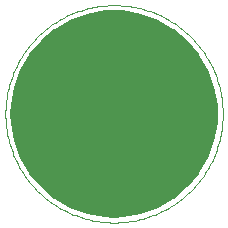
<source format=gbl>
G04 EAGLE Gerber RS-274X export*
G75*
%MOMM*%
%FSLAX34Y34*%
%LPD*%
%INBottom_Copper*%
%IPPOS*%
%AMOC8*
5,1,8,0,0,1.08239X$1,22.5*%
G01*
%ADD10C,0.000000*%
%ADD11C,5.842000*%

G36*
X99576Y4394D02*
X99576Y4394D01*
X99661Y4406D01*
X99840Y4422D01*
X114586Y7023D01*
X114597Y7026D01*
X114608Y7027D01*
X114928Y7114D01*
X128999Y12236D01*
X129009Y12241D01*
X129020Y12244D01*
X129320Y12385D01*
X142288Y19872D01*
X142297Y19879D01*
X142307Y19884D01*
X142578Y20076D01*
X154049Y29701D01*
X154057Y29709D01*
X154066Y29715D01*
X154299Y29951D01*
X163924Y41422D01*
X163931Y41431D01*
X163939Y41439D01*
X164128Y41712D01*
X171615Y54680D01*
X171619Y54690D01*
X171626Y54699D01*
X171764Y55001D01*
X176886Y69072D01*
X176888Y69083D01*
X176893Y69093D01*
X176977Y69414D01*
X179578Y84160D01*
X179584Y84247D01*
X179606Y84424D01*
X179933Y91911D01*
X179931Y91950D01*
X179935Y92000D01*
X179931Y92039D01*
X179933Y92089D01*
X179606Y99576D01*
X179594Y99661D01*
X179578Y99840D01*
X176977Y114586D01*
X176974Y114597D01*
X176973Y114608D01*
X176886Y114928D01*
X171764Y128999D01*
X171759Y129009D01*
X171756Y129020D01*
X171615Y129320D01*
X164128Y142288D01*
X164121Y142297D01*
X164116Y142307D01*
X163924Y142578D01*
X154299Y154049D01*
X154291Y154057D01*
X154285Y154066D01*
X154049Y154299D01*
X142578Y163924D01*
X142569Y163931D01*
X142561Y163939D01*
X142288Y164128D01*
X129320Y171615D01*
X129310Y171619D01*
X129301Y171626D01*
X128999Y171764D01*
X114928Y176886D01*
X114917Y176888D01*
X114907Y176893D01*
X114586Y176977D01*
X99840Y179578D01*
X99753Y179584D01*
X99576Y179606D01*
X92089Y179933D01*
X92050Y179931D01*
X92000Y179935D01*
X91961Y179931D01*
X91911Y179933D01*
X84424Y179606D01*
X84339Y179594D01*
X84160Y179578D01*
X69414Y176977D01*
X69403Y176974D01*
X69392Y176973D01*
X69072Y176886D01*
X55001Y171764D01*
X54991Y171759D01*
X54980Y171756D01*
X54680Y171615D01*
X41712Y164128D01*
X41703Y164121D01*
X41693Y164116D01*
X41422Y163924D01*
X29951Y154299D01*
X29943Y154291D01*
X29934Y154285D01*
X29701Y154049D01*
X20076Y142578D01*
X20069Y142569D01*
X20061Y142561D01*
X19872Y142288D01*
X12385Y129320D01*
X12381Y129310D01*
X12374Y129301D01*
X12236Y128999D01*
X7114Y114928D01*
X7112Y114917D01*
X7107Y114907D01*
X7023Y114586D01*
X4422Y99840D01*
X4416Y99753D01*
X4394Y99576D01*
X4067Y92089D01*
X4071Y92017D01*
X4067Y91911D01*
X4394Y84424D01*
X4406Y84339D01*
X4422Y84160D01*
X7023Y69414D01*
X7026Y69403D01*
X7027Y69392D01*
X7114Y69072D01*
X12236Y55001D01*
X12241Y54991D01*
X12244Y54980D01*
X12385Y54680D01*
X19872Y41712D01*
X19879Y41703D01*
X19884Y41693D01*
X20076Y41422D01*
X29701Y29951D01*
X29709Y29943D01*
X29715Y29934D01*
X29951Y29701D01*
X41422Y20076D01*
X41431Y20069D01*
X41439Y20061D01*
X41712Y19872D01*
X54680Y12385D01*
X54690Y12381D01*
X54699Y12374D01*
X55001Y12236D01*
X69072Y7114D01*
X69083Y7112D01*
X69093Y7107D01*
X69414Y7023D01*
X84160Y4422D01*
X84247Y4416D01*
X84424Y4394D01*
X91911Y4067D01*
X91983Y4071D01*
X92089Y4067D01*
X99576Y4394D01*
G37*
D10*
X92000Y184000D02*
X89777Y183973D01*
X87555Y183893D01*
X85336Y183758D01*
X83121Y183571D01*
X80911Y183329D01*
X78707Y183035D01*
X76511Y182687D01*
X74324Y182286D01*
X72148Y181833D01*
X69983Y181327D01*
X67831Y180769D01*
X65693Y180159D01*
X63570Y179497D01*
X61464Y178785D01*
X59376Y178021D01*
X57307Y177208D01*
X55258Y176345D01*
X53231Y175432D01*
X51226Y174471D01*
X49245Y173462D01*
X47290Y172405D01*
X45360Y171301D01*
X43457Y170151D01*
X41583Y168955D01*
X39738Y167715D01*
X37924Y166430D01*
X36141Y165101D01*
X34391Y163730D01*
X32675Y162317D01*
X30993Y160863D01*
X29347Y159369D01*
X27737Y157835D01*
X26165Y156263D01*
X24631Y154653D01*
X23137Y153007D01*
X21683Y151325D01*
X20270Y149609D01*
X18899Y147859D01*
X17570Y146076D01*
X16285Y144262D01*
X15045Y142417D01*
X13849Y140543D01*
X12699Y138640D01*
X11595Y136710D01*
X10538Y134755D01*
X9529Y132774D01*
X8568Y130769D01*
X7655Y128742D01*
X6792Y126693D01*
X5979Y124624D01*
X5215Y122536D01*
X4503Y120430D01*
X3841Y118307D01*
X3231Y116169D01*
X2673Y114017D01*
X2167Y111852D01*
X1714Y109676D01*
X1313Y107489D01*
X965Y105293D01*
X671Y103089D01*
X429Y100879D01*
X242Y98664D01*
X107Y96445D01*
X27Y94223D01*
X0Y92000D01*
X27Y89777D01*
X107Y87555D01*
X242Y85336D01*
X429Y83121D01*
X671Y80911D01*
X965Y78707D01*
X1313Y76511D01*
X1714Y74324D01*
X2167Y72148D01*
X2673Y69983D01*
X3231Y67831D01*
X3841Y65693D01*
X4503Y63570D01*
X5215Y61464D01*
X5979Y59376D01*
X6792Y57307D01*
X7655Y55258D01*
X8568Y53231D01*
X9529Y51226D01*
X10538Y49245D01*
X11595Y47290D01*
X12699Y45360D01*
X13849Y43457D01*
X15045Y41583D01*
X16285Y39738D01*
X17570Y37924D01*
X18899Y36141D01*
X20270Y34391D01*
X21683Y32675D01*
X23137Y30993D01*
X24631Y29347D01*
X26165Y27737D01*
X27737Y26165D01*
X29347Y24631D01*
X30993Y23137D01*
X32675Y21683D01*
X34391Y20270D01*
X36141Y18899D01*
X37924Y17570D01*
X39738Y16285D01*
X41583Y15045D01*
X43457Y13849D01*
X45360Y12699D01*
X47290Y11595D01*
X49245Y10538D01*
X51226Y9529D01*
X53231Y8568D01*
X55258Y7655D01*
X57307Y6792D01*
X59376Y5979D01*
X61464Y5215D01*
X63570Y4503D01*
X65693Y3841D01*
X67831Y3231D01*
X69983Y2673D01*
X72148Y2167D01*
X74324Y1714D01*
X76511Y1313D01*
X78707Y965D01*
X80911Y671D01*
X83121Y429D01*
X85336Y242D01*
X87555Y107D01*
X89777Y27D01*
X92000Y0D01*
X94223Y27D01*
X96445Y107D01*
X98664Y242D01*
X100879Y429D01*
X103089Y671D01*
X105293Y965D01*
X107489Y1313D01*
X109676Y1714D01*
X111852Y2167D01*
X114017Y2673D01*
X116169Y3231D01*
X118307Y3841D01*
X120430Y4503D01*
X122536Y5215D01*
X124624Y5979D01*
X126693Y6792D01*
X128742Y7655D01*
X130769Y8568D01*
X132774Y9529D01*
X134755Y10538D01*
X136710Y11595D01*
X138640Y12699D01*
X140543Y13849D01*
X142417Y15045D01*
X144262Y16285D01*
X146076Y17570D01*
X147859Y18899D01*
X149609Y20270D01*
X151325Y21683D01*
X153007Y23137D01*
X154653Y24631D01*
X156263Y26165D01*
X157835Y27737D01*
X159369Y29347D01*
X160863Y30993D01*
X162317Y32675D01*
X163730Y34391D01*
X165101Y36141D01*
X166430Y37924D01*
X167715Y39738D01*
X168955Y41583D01*
X170151Y43457D01*
X171301Y45360D01*
X172405Y47290D01*
X173462Y49245D01*
X174471Y51226D01*
X175432Y53231D01*
X176345Y55258D01*
X177208Y57307D01*
X178021Y59376D01*
X178785Y61464D01*
X179497Y63570D01*
X180159Y65693D01*
X180769Y67831D01*
X181327Y69983D01*
X181833Y72148D01*
X182286Y74324D01*
X182687Y76511D01*
X183035Y78707D01*
X183329Y80911D01*
X183571Y83121D01*
X183758Y85336D01*
X183893Y87555D01*
X183973Y89777D01*
X184000Y92000D01*
X183973Y94223D01*
X183893Y96445D01*
X183758Y98664D01*
X183571Y100879D01*
X183329Y103089D01*
X183035Y105293D01*
X182687Y107489D01*
X182286Y109676D01*
X181833Y111852D01*
X181327Y114017D01*
X180769Y116169D01*
X180159Y118307D01*
X179497Y120430D01*
X178785Y122536D01*
X178021Y124624D01*
X177208Y126693D01*
X176345Y128742D01*
X175432Y130769D01*
X174471Y132774D01*
X173462Y134755D01*
X172405Y136710D01*
X171301Y138640D01*
X170151Y140543D01*
X168955Y142417D01*
X167715Y144262D01*
X166430Y146076D01*
X165101Y147859D01*
X163730Y149609D01*
X162317Y151325D01*
X160863Y153007D01*
X159369Y154653D01*
X157835Y156263D01*
X156263Y157835D01*
X154653Y159369D01*
X153007Y160863D01*
X151325Y162317D01*
X149609Y163730D01*
X147859Y165101D01*
X146076Y166430D01*
X144262Y167715D01*
X142417Y168955D01*
X140543Y170151D01*
X138640Y171301D01*
X136710Y172405D01*
X134755Y173462D01*
X132774Y174471D01*
X130769Y175432D01*
X128742Y176345D01*
X126693Y177208D01*
X124624Y178021D01*
X122536Y178785D01*
X120430Y179497D01*
X118307Y180159D01*
X116169Y180769D01*
X114017Y181327D01*
X111852Y181833D01*
X109676Y182286D01*
X107489Y182687D01*
X105293Y183035D01*
X103089Y183329D01*
X100879Y183571D01*
X98664Y183758D01*
X96445Y183893D01*
X94223Y183973D01*
X92000Y184000D01*
D11*
X92000Y92000D03*
M02*

</source>
